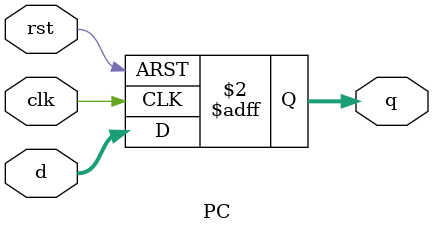
<source format=v>
`timescale 1ns / 1ps


module PC (
	input clk,
	input rst,
	input [7:0] d,
	
	output reg [7:0] q
	);
	
	always @ (posedge rst or posedge clk) begin
		if(rst) begin
			q <= 8'b0;
		end
		else begin
			q <= d;
		end
	end
	
endmodule

</source>
